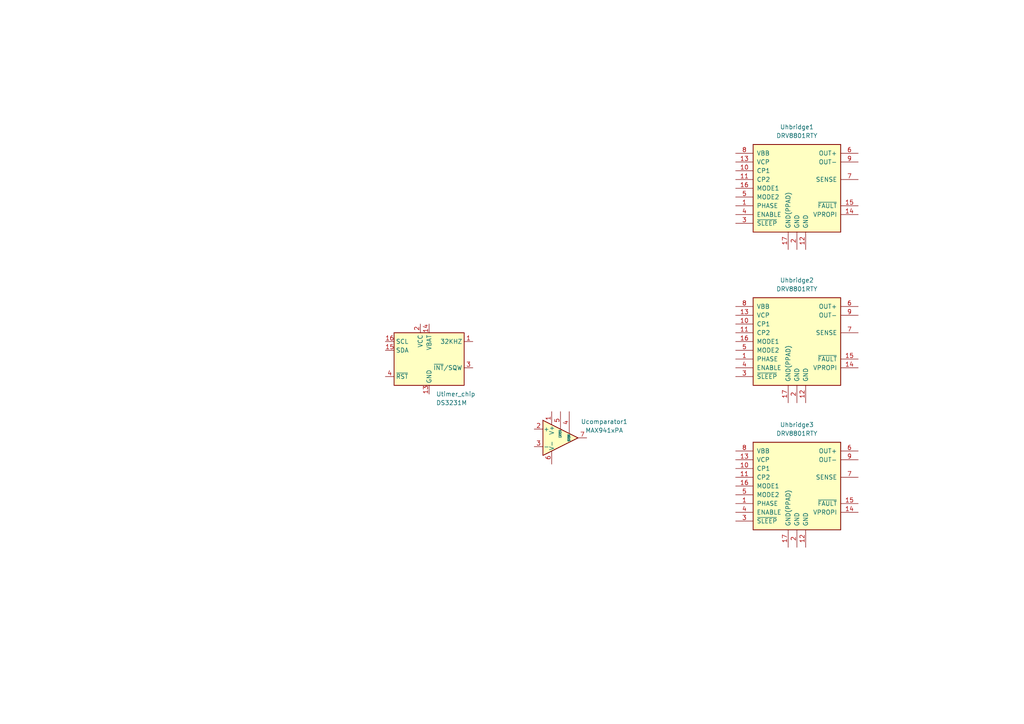
<source format=kicad_sch>
(kicad_sch (version 20211123) (generator eeschema)

  (uuid 25dc15f4-fc2f-4e5a-a547-f56d79e0fe04)

  (paper "A4")

  (lib_symbols
    (symbol "Comparator:MAX941xPA" (pin_names (offset 0.127)) (in_bom yes) (on_board yes)
      (property "Reference" "U" (id 0) (at 3.81 6.35 0)
        (effects (font (size 1.27 1.27)) (justify left))
      )
      (property "Value" "MAX941xPA" (id 1) (at 3.81 3.81 0)
        (effects (font (size 1.27 1.27)) (justify left))
      )
      (property "Footprint" "Package_DIP:DIP-8_W7.62mm" (id 2) (at 2.54 0 0)
        (effects (font (size 1.27 1.27)) hide)
      )
      (property "Datasheet" "https://datasheets.maximintegrated.com/en/ds/MAX941-MAX944.pdf" (id 3) (at 2.54 0 0)
        (effects (font (size 1.27 1.27)) hide)
      )
      (property "ki_keywords" "single comparator" (id 4) (at 0 0 0)
        (effects (font (size 1.27 1.27)) hide)
      )
      (property "ki_description" "High-Speed, Low-Power, 3V/5V, Rail-to-Rail, Single-Supply Comparator, PDIP-8" (id 5) (at 0 0 0)
        (effects (font (size 1.27 1.27)) hide)
      )
      (property "ki_fp_filters" "DIP*W7.62mm*" (id 6) (at 0 0 0)
        (effects (font (size 1.27 1.27)) hide)
      )
      (symbol "MAX941xPA_0_1"
        (polyline
          (pts
            (xy -5.08 5.08)
            (xy -5.08 -5.08)
            (xy 5.08 0)
            (xy -5.08 5.08)
          )
          (stroke (width 0.254) (type default) (color 0 0 0 0))
          (fill (type background))
        )
      )
      (symbol "MAX941xPA_1_1"
        (pin power_in line (at -2.54 7.62 270) (length 3.81)
          (name "V+" (effects (font (size 1.27 1.27))))
          (number "1" (effects (font (size 1.27 1.27))))
        )
        (pin input line (at -7.62 2.54 0) (length 2.54)
          (name "+" (effects (font (size 1.27 1.27))))
          (number "2" (effects (font (size 1.27 1.27))))
        )
        (pin input line (at -7.62 -2.54 0) (length 2.54)
          (name "-" (effects (font (size 1.27 1.27))))
          (number "3" (effects (font (size 1.27 1.27))))
        )
        (pin input line (at 2.54 7.62 270) (length 6.35)
          (name "~{SHDN}" (effects (font (size 0.508 0.508))))
          (number "4" (effects (font (size 1.27 1.27))))
        )
        (pin input line (at 0 7.62 270) (length 5.08)
          (name "~{LATCH}" (effects (font (size 0.508 0.508))))
          (number "5" (effects (font (size 1.27 1.27))))
        )
        (pin power_in line (at -2.54 -7.62 90) (length 3.81)
          (name "V-" (effects (font (size 1.27 1.27))))
          (number "6" (effects (font (size 1.27 1.27))))
        )
        (pin output line (at 7.62 0 180) (length 2.54)
          (name "~" (effects (font (size 1.27 1.27))))
          (number "7" (effects (font (size 1.27 1.27))))
        )
        (pin no_connect line (at 0 -2.54 90) (length 2.54) hide
          (name "NC" (effects (font (size 0.508 0.508))))
          (number "8" (effects (font (size 1.27 1.27))))
        )
      )
    )
    (symbol "Driver_Motor:DRV8801RTY" (pin_names (offset 1.016)) (in_bom yes) (on_board yes)
      (property "Reference" "U" (id 0) (at -12.7 16.51 0)
        (effects (font (size 1.27 1.27)) (justify left))
      )
      (property "Value" "DRV8801RTY" (id 1) (at -12.7 13.97 0)
        (effects (font (size 1.27 1.27)) (justify left))
      )
      (property "Footprint" "Package_DFN_QFN:Texas_S-PWQFN-N16_EP2.1x2.1mm_ThermalVias" (id 2) (at 29.21 13.97 0)
        (effects (font (size 1.27 1.27)) hide)
      )
      (property "Datasheet" "http://www.ti.com/lit/ds/symlink/drv8801.pdf" (id 3) (at 1.27 20.32 0)
        (effects (font (size 1.27 1.27)) hide)
      )
      (property "ki_keywords" "H-Bridge Motor Driver" (id 4) (at 0 0 0)
        (effects (font (size 1.27 1.27)) hide)
      )
      (property "ki_description" "H-Bridge Motor Driver, WQFN-16" (id 5) (at 0 0 0)
        (effects (font (size 1.27 1.27)) hide)
      )
      (property "ki_fp_filters" "Texas*S?PWQFN?N*EP*" (id 6) (at 0 0 0)
        (effects (font (size 1.27 1.27)) hide)
      )
      (symbol "DRV8801RTY_0_1"
        (rectangle (start -12.7 12.7) (end 12.7 -12.7)
          (stroke (width 0.254) (type default) (color 0 0 0 0))
          (fill (type background))
        )
      )
      (symbol "DRV8801RTY_1_1"
        (pin input line (at -17.78 -5.08 0) (length 5.08)
          (name "PHASE" (effects (font (size 1.27 1.27))))
          (number "1" (effects (font (size 1.27 1.27))))
        )
        (pin power_in line (at -17.78 5.08 0) (length 5.08)
          (name "CP1" (effects (font (size 1.27 1.27))))
          (number "10" (effects (font (size 1.27 1.27))))
        )
        (pin power_in line (at -17.78 2.54 0) (length 5.08)
          (name "CP2" (effects (font (size 1.27 1.27))))
          (number "11" (effects (font (size 1.27 1.27))))
        )
        (pin power_in line (at 2.54 -17.78 90) (length 5.08)
          (name "GND" (effects (font (size 1.27 1.27))))
          (number "12" (effects (font (size 1.27 1.27))))
        )
        (pin power_in line (at -17.78 7.62 0) (length 5.08)
          (name "VCP" (effects (font (size 1.27 1.27))))
          (number "13" (effects (font (size 1.27 1.27))))
        )
        (pin output line (at 17.78 -7.62 180) (length 5.08)
          (name "VPROPI" (effects (font (size 1.27 1.27))))
          (number "14" (effects (font (size 1.27 1.27))))
        )
        (pin open_collector line (at 17.78 -5.08 180) (length 5.08)
          (name "~{FAULT}" (effects (font (size 1.27 1.27))))
          (number "15" (effects (font (size 1.27 1.27))))
        )
        (pin input line (at -17.78 0 0) (length 5.08)
          (name "MODE1" (effects (font (size 1.27 1.27))))
          (number "16" (effects (font (size 1.27 1.27))))
        )
        (pin power_in line (at -2.54 -17.78 90) (length 5.08)
          (name "GND(PPAD)" (effects (font (size 1.27 1.27))))
          (number "17" (effects (font (size 1.27 1.27))))
        )
        (pin power_in line (at 0 -17.78 90) (length 5.08)
          (name "GND" (effects (font (size 1.27 1.27))))
          (number "2" (effects (font (size 1.27 1.27))))
        )
        (pin input line (at -17.78 -10.16 0) (length 5.08)
          (name "~{SLEEP}" (effects (font (size 1.27 1.27))))
          (number "3" (effects (font (size 1.27 1.27))))
        )
        (pin input line (at -17.78 -7.62 0) (length 5.08)
          (name "ENABLE" (effects (font (size 1.27 1.27))))
          (number "4" (effects (font (size 1.27 1.27))))
        )
        (pin input line (at -17.78 -2.54 0) (length 5.08)
          (name "MODE2" (effects (font (size 1.27 1.27))))
          (number "5" (effects (font (size 1.27 1.27))))
        )
        (pin power_out line (at 17.78 10.16 180) (length 5.08)
          (name "OUT+" (effects (font (size 1.27 1.27))))
          (number "6" (effects (font (size 1.27 1.27))))
        )
        (pin power_out line (at 17.78 2.54 180) (length 5.08)
          (name "SENSE" (effects (font (size 1.27 1.27))))
          (number "7" (effects (font (size 1.27 1.27))))
        )
        (pin power_in line (at -17.78 10.16 0) (length 5.08)
          (name "VBB" (effects (font (size 1.27 1.27))))
          (number "8" (effects (font (size 1.27 1.27))))
        )
        (pin power_out line (at 17.78 7.62 180) (length 5.08)
          (name "OUT-" (effects (font (size 1.27 1.27))))
          (number "9" (effects (font (size 1.27 1.27))))
        )
      )
    )
    (symbol "Timer_RTC:DS3231M" (in_bom yes) (on_board yes)
      (property "Reference" "U" (id 0) (at -7.62 8.89 0)
        (effects (font (size 1.27 1.27)) (justify right))
      )
      (property "Value" "DS3231M" (id 1) (at 10.16 8.89 0)
        (effects (font (size 1.27 1.27)) (justify right))
      )
      (property "Footprint" "Package_SO:SOIC-16W_7.5x10.3mm_P1.27mm" (id 2) (at 0 -15.24 0)
        (effects (font (size 1.27 1.27)) hide)
      )
      (property "Datasheet" "http://datasheets.maximintegrated.com/en/ds/DS3231.pdf" (id 3) (at 6.858 1.27 0)
        (effects (font (size 1.27 1.27)) hide)
      )
      (property "ki_keywords" "RTC TCXO Realtime Time Clock Crystal Oscillator I2C" (id 4) (at 0 0 0)
        (effects (font (size 1.27 1.27)) hide)
      )
      (property "ki_description" "Extremely Accurate I2C-Integrated RTC/TCXO/Crystal SOIC-16" (id 5) (at 0 0 0)
        (effects (font (size 1.27 1.27)) hide)
      )
      (property "ki_fp_filters" "SOIC*7.5x10.3mm*P1.27mm*" (id 6) (at 0 0 0)
        (effects (font (size 1.27 1.27)) hide)
      )
      (symbol "DS3231M_0_1"
        (rectangle (start -10.16 7.62) (end 10.16 -7.62)
          (stroke (width 0.254) (type default) (color 0 0 0 0))
          (fill (type background))
        )
      )
      (symbol "DS3231M_1_1"
        (pin open_collector line (at 12.7 5.08 180) (length 2.54)
          (name "32KHZ" (effects (font (size 1.27 1.27))))
          (number "1" (effects (font (size 1.27 1.27))))
        )
        (pin passive line (at 0 -10.16 90) (length 2.54) hide
          (name "GND" (effects (font (size 1.27 1.27))))
          (number "10" (effects (font (size 1.27 1.27))))
        )
        (pin passive line (at 0 -10.16 90) (length 2.54) hide
          (name "GND" (effects (font (size 1.27 1.27))))
          (number "11" (effects (font (size 1.27 1.27))))
        )
        (pin passive line (at 0 -10.16 90) (length 2.54) hide
          (name "GND" (effects (font (size 1.27 1.27))))
          (number "12" (effects (font (size 1.27 1.27))))
        )
        (pin power_in line (at 0 -10.16 90) (length 2.54)
          (name "GND" (effects (font (size 1.27 1.27))))
          (number "13" (effects (font (size 1.27 1.27))))
        )
        (pin power_in line (at 0 10.16 270) (length 2.54)
          (name "VBAT" (effects (font (size 1.27 1.27))))
          (number "14" (effects (font (size 1.27 1.27))))
        )
        (pin bidirectional line (at -12.7 2.54 0) (length 2.54)
          (name "SDA" (effects (font (size 1.27 1.27))))
          (number "15" (effects (font (size 1.27 1.27))))
        )
        (pin input line (at -12.7 5.08 0) (length 2.54)
          (name "SCL" (effects (font (size 1.27 1.27))))
          (number "16" (effects (font (size 1.27 1.27))))
        )
        (pin power_in line (at -2.54 10.16 270) (length 2.54)
          (name "VCC" (effects (font (size 1.27 1.27))))
          (number "2" (effects (font (size 1.27 1.27))))
        )
        (pin open_collector line (at 12.7 -2.54 180) (length 2.54)
          (name "~{INT}/SQW" (effects (font (size 1.27 1.27))))
          (number "3" (effects (font (size 1.27 1.27))))
        )
        (pin bidirectional line (at -12.7 -5.08 0) (length 2.54)
          (name "~{RST}" (effects (font (size 1.27 1.27))))
          (number "4" (effects (font (size 1.27 1.27))))
        )
        (pin passive line (at 0 -10.16 90) (length 2.54) hide
          (name "GND" (effects (font (size 1.27 1.27))))
          (number "5" (effects (font (size 1.27 1.27))))
        )
        (pin passive line (at 0 -10.16 90) (length 2.54) hide
          (name "GND" (effects (font (size 1.27 1.27))))
          (number "6" (effects (font (size 1.27 1.27))))
        )
        (pin passive line (at 0 -10.16 90) (length 2.54) hide
          (name "GND" (effects (font (size 1.27 1.27))))
          (number "7" (effects (font (size 1.27 1.27))))
        )
        (pin passive line (at 0 -10.16 90) (length 2.54) hide
          (name "GND" (effects (font (size 1.27 1.27))))
          (number "8" (effects (font (size 1.27 1.27))))
        )
        (pin passive line (at 0 -10.16 90) (length 2.54) hide
          (name "GND" (effects (font (size 1.27 1.27))))
          (number "9" (effects (font (size 1.27 1.27))))
        )
      )
    )
  )


  (symbol (lib_id "Driver_Motor:DRV8801RTY") (at 231.14 140.97 0) (unit 1)
    (in_bom yes) (on_board yes) (fields_autoplaced)
    (uuid 639c8661-7489-4420-bca8-db8d3729e1b4)
    (property "Reference" "Uhbridge3" (id 0) (at 231.14 123.19 0))
    (property "Value" "DRV8801RTY" (id 1) (at 231.14 125.73 0))
    (property "Footprint" "Package_DFN_QFN:Texas_S-PWQFN-N16_EP2.1x2.1mm_ThermalVias" (id 2) (at 260.35 127 0)
      (effects (font (size 1.27 1.27)) hide)
    )
    (property "Datasheet" "http://www.ti.com/lit/ds/symlink/drv8801.pdf" (id 3) (at 232.41 120.65 0)
      (effects (font (size 1.27 1.27)) hide)
    )
    (pin "1" (uuid b5f5f9ea-572a-42e2-b7ec-542e0494bee4))
    (pin "10" (uuid 948f1f27-2bea-4cfa-8980-8630672a08c3))
    (pin "11" (uuid f1df0723-e14c-4ca6-b8f9-2b424a02f01f))
    (pin "12" (uuid b9dc200d-8550-4f3e-942d-5c9055b0a91d))
    (pin "13" (uuid 42dad6d1-3a23-41d6-a053-eb11778e9e22))
    (pin "14" (uuid 28096629-591b-40de-bea4-af5950678aa5))
    (pin "15" (uuid f5193e0a-d6cd-4e84-8af7-e3a0e9e7fce9))
    (pin "16" (uuid 3a22cd9e-5ace-4f97-b8b5-083d24b241b8))
    (pin "17" (uuid e04e5d9d-c526-4a6e-9b3a-d9c7767d885c))
    (pin "2" (uuid cb6b8033-81ac-40b3-88ef-851bfd11ff59))
    (pin "3" (uuid 0e2685bc-5f4d-41a5-953d-61082cae4e57))
    (pin "4" (uuid 205ad752-4197-4cdc-9b65-9da8214c3575))
    (pin "5" (uuid 7524dfbb-4940-4713-9fbc-1947ce6bf79c))
    (pin "6" (uuid e2348428-dbde-4ac3-b46d-be523697afb3))
    (pin "7" (uuid 4f38566c-b0a2-4e56-ae56-f027e90570e6))
    (pin "8" (uuid 3ddabed9-4a5a-44fe-bb7a-7f398adce9e3))
    (pin "9" (uuid b2d49a1a-1fba-4151-9217-532a969909d9))
  )

  (symbol (lib_id "Driver_Motor:DRV8801RTY") (at 231.14 99.06 0) (unit 1)
    (in_bom yes) (on_board yes) (fields_autoplaced)
    (uuid 685aa86d-2ed0-4abc-82c2-1e7183ab195a)
    (property "Reference" "Uhbridge2" (id 0) (at 231.14 81.28 0))
    (property "Value" "DRV8801RTY" (id 1) (at 231.14 83.82 0))
    (property "Footprint" "Package_DFN_QFN:Texas_S-PWQFN-N16_EP2.1x2.1mm_ThermalVias" (id 2) (at 260.35 85.09 0)
      (effects (font (size 1.27 1.27)) hide)
    )
    (property "Datasheet" "http://www.ti.com/lit/ds/symlink/drv8801.pdf" (id 3) (at 232.41 78.74 0)
      (effects (font (size 1.27 1.27)) hide)
    )
    (pin "1" (uuid 910663d1-6b8a-46d8-8e37-bda65a428bab))
    (pin "10" (uuid 3d0526bd-b81e-456d-8270-08c85448fa77))
    (pin "11" (uuid 0673f7f4-27f4-456c-a6fe-630f59553c4e))
    (pin "12" (uuid 91b251a3-204d-4036-9b25-afb588c33ae4))
    (pin "13" (uuid 7a292221-0965-459a-868e-34f07d6b2d7b))
    (pin "14" (uuid c4ca1ddb-813b-4c0f-a33d-669a95ecac00))
    (pin "15" (uuid b198b16d-57f7-4c27-aaa5-e0a02e2ea287))
    (pin "16" (uuid f588bbea-3d33-47a7-b3c0-6e52d63eb373))
    (pin "17" (uuid 161a7589-ef69-4afb-bab8-5ece7a7f631f))
    (pin "2" (uuid 6f49f410-c12d-4d88-969b-dda84b1e33de))
    (pin "3" (uuid 768c6b6d-0ba4-47bf-b533-913410e628fe))
    (pin "4" (uuid d44ac60c-e7a6-42fd-acfa-95cac153eb77))
    (pin "5" (uuid 2d6da0f0-7e57-4d47-98c0-f775e6401d53))
    (pin "6" (uuid cc2433eb-aeb4-4d15-be41-a572f2f434f6))
    (pin "7" (uuid 93c39990-db33-463e-8c13-66238edc62db))
    (pin "8" (uuid 97d82250-c47d-4566-b896-31b694b64bd7))
    (pin "9" (uuid eefb9a64-3365-4abf-91bf-858c2679b74f))
  )

  (symbol (lib_id "Timer_RTC:DS3231M") (at 124.46 104.14 0) (unit 1)
    (in_bom yes) (on_board yes) (fields_autoplaced)
    (uuid 8e9849a5-8cfa-4079-a4fe-fefea44e2f0e)
    (property "Reference" "Utimer_chip" (id 0) (at 126.4794 114.3 0)
      (effects (font (size 1.27 1.27)) (justify left))
    )
    (property "Value" "DS3231M" (id 1) (at 126.4794 116.84 0)
      (effects (font (size 1.27 1.27)) (justify left))
    )
    (property "Footprint" "Connector_PinSocket_2.54mm:PinSocket_1x07_P2.54mm_Vertical" (id 2) (at 124.46 119.38 0)
      (effects (font (size 1.27 1.27)) hide)
    )
    (property "Datasheet" "http://datasheets.maximintegrated.com/en/ds/DS3231.pdf" (id 3) (at 131.318 102.87 0)
      (effects (font (size 1.27 1.27)) hide)
    )
    (pin "1" (uuid d67be1f1-7390-4f29-94ac-0911e0d5e67c))
    (pin "10" (uuid 394ba3b3-74d7-4ea6-b923-6c6d58d1468d))
    (pin "11" (uuid d39120d7-94e3-409e-b938-068226fad052))
    (pin "12" (uuid e8f2604c-f761-4854-8532-e483053c7df3))
    (pin "13" (uuid 8602452a-60ce-440f-bcce-e66524e70627))
    (pin "14" (uuid 19c4b0bd-d4f4-4367-9ec4-f6a3472431af))
    (pin "15" (uuid c8abd519-16c7-41fa-9b70-48b5fb02684c))
    (pin "16" (uuid cd746232-fbcf-40a5-bc13-21338059c5a6))
    (pin "2" (uuid a741d8a6-38df-43ac-a761-39190275272c))
    (pin "3" (uuid 8800ed51-4c2e-4ab6-a598-a5f8d901bea4))
    (pin "4" (uuid 60426b16-24a7-4478-9351-c0ea119f82a8))
    (pin "5" (uuid 44a95624-e1c8-432c-b2bd-af65c5e00bba))
    (pin "6" (uuid 8031a781-178c-41f6-90b9-a7487b2e65a5))
    (pin "7" (uuid 367eb44e-ba24-432d-9bef-24bd564b20c5))
    (pin "8" (uuid 10468ea0-d563-4b4d-9144-01a4a792a7c0))
    (pin "9" (uuid f68e9eb0-2d99-49aa-bcba-b99ed6c058ec))
  )

  (symbol (lib_id "Driver_Motor:DRV8801RTY") (at 231.14 54.61 0) (unit 1)
    (in_bom yes) (on_board yes) (fields_autoplaced)
    (uuid bec2044d-658d-4d80-9e0b-b6645a10363e)
    (property "Reference" "Uhbridge1" (id 0) (at 231.14 36.83 0))
    (property "Value" "DRV8801RTY" (id 1) (at 231.14 39.37 0))
    (property "Footprint" "Package_DFN_QFN:Texas_S-PWQFN-N16_EP2.1x2.1mm_ThermalVias" (id 2) (at 260.35 40.64 0)
      (effects (font (size 1.27 1.27)) hide)
    )
    (property "Datasheet" "http://www.ti.com/lit/ds/symlink/drv8801.pdf" (id 3) (at 232.41 34.29 0)
      (effects (font (size 1.27 1.27)) hide)
    )
    (pin "1" (uuid 52d76fec-8d40-41ac-bd74-70a7d59465a8))
    (pin "10" (uuid c5a2ac24-41a1-4adb-a16c-46158dbeccb4))
    (pin "11" (uuid bb4e00af-48d1-44d8-afde-445cf2e10348))
    (pin "12" (uuid 10f25d4d-a154-4c7f-b8f1-f2cae326ecc1))
    (pin "13" (uuid a07556c8-4697-48ed-9947-8a4aa9cfd08f))
    (pin "14" (uuid fab95be0-847e-46de-999f-181b61ea9f5d))
    (pin "15" (uuid d7c09352-f63f-4888-844f-02cb22162900))
    (pin "16" (uuid 062ddbce-c904-4240-be69-c7a921735b76))
    (pin "17" (uuid aae2ee4a-f232-4f1c-910c-05d2d4d7d9c2))
    (pin "2" (uuid 27b2c905-3a7a-434d-9837-3b0ca328702e))
    (pin "3" (uuid 34356004-76ea-4628-9a6a-d9cfc9622fd9))
    (pin "4" (uuid 340a0fc7-a59c-49a7-9d2d-de809ec94b0f))
    (pin "5" (uuid 0df989b6-e8d1-4df4-b164-19b26c29865e))
    (pin "6" (uuid fbfb2db1-0808-46ec-bb50-1975cf648e31))
    (pin "7" (uuid 92671200-e8e0-4f30-a056-85db77ec24b2))
    (pin "8" (uuid a89b010b-a238-44b8-983d-017bc1cfab72))
    (pin "9" (uuid f86dbd4e-c767-4407-9d19-8b2e44fd2117))
  )

  (symbol (lib_id "Comparator:MAX941xPA") (at 162.56 127 0) (unit 1)
    (in_bom yes) (on_board yes) (fields_autoplaced)
    (uuid fc2c05ae-aae7-4fcc-bfac-80ece148f9ac)
    (property "Reference" "Ucomparator1" (id 0) (at 175.26 122.301 0))
    (property "Value" "MAX941xPA" (id 1) (at 175.26 124.841 0))
    (property "Footprint" "Package_DIP:DIP-8_W7.62mm_Socket" (id 2) (at 165.1 127 0)
      (effects (font (size 1.27 1.27)) hide)
    )
    (property "Datasheet" "https://datasheets.maximintegrated.com/en/ds/MAX941-MAX944.pdf" (id 3) (at 165.1 127 0)
      (effects (font (size 1.27 1.27)) hide)
    )
    (pin "1" (uuid 06be1575-e5e9-4c5a-95dc-a7ed6dda4ddc))
    (pin "2" (uuid d3483495-6ff7-4a7e-a607-c1987ee8ceff))
    (pin "3" (uuid abe1f8db-b31b-4877-8c2b-0430c1ec3129))
    (pin "4" (uuid af13a8d4-cd85-4f97-a36a-470e5c2ba7d3))
    (pin "5" (uuid a1ed5c27-1cee-4a5a-9f83-24862eff0099))
    (pin "6" (uuid 0a60ef2c-9db3-4da8-bd43-b66061bd66f0))
    (pin "7" (uuid bd8b2407-2d66-4d6f-a90f-1ff4a650d35f))
    (pin "8" (uuid 16a9343c-63af-4b45-aca2-a86edfb63fa4))
  )

  (sheet_instances
    (path "/" (page "1"))
  )

  (symbol_instances
    (path "/fc2c05ae-aae7-4fcc-bfac-80ece148f9ac"
      (reference "Ucomparator1") (unit 1) (value "MAX941xPA") (footprint "Package_DIP:DIP-8_W7.62mm_Socket")
    )
    (path "/bec2044d-658d-4d80-9e0b-b6645a10363e"
      (reference "Uhbridge1") (unit 1) (value "DRV8801RTY") (footprint "Package_DFN_QFN:Texas_S-PWQFN-N16_EP2.1x2.1mm_ThermalVias")
    )
    (path "/685aa86d-2ed0-4abc-82c2-1e7183ab195a"
      (reference "Uhbridge2") (unit 1) (value "DRV8801RTY") (footprint "Package_DFN_QFN:Texas_S-PWQFN-N16_EP2.1x2.1mm_ThermalVias")
    )
    (path "/639c8661-7489-4420-bca8-db8d3729e1b4"
      (reference "Uhbridge3") (unit 1) (value "DRV8801RTY") (footprint "Package_DFN_QFN:Texas_S-PWQFN-N16_EP2.1x2.1mm_ThermalVias")
    )
    (path "/8e9849a5-8cfa-4079-a4fe-fefea44e2f0e"
      (reference "Utimer_chip") (unit 1) (value "DS3231M") (footprint "Connector_PinSocket_2.54mm:PinSocket_1x07_P2.54mm_Vertical")
    )
  )
)

</source>
